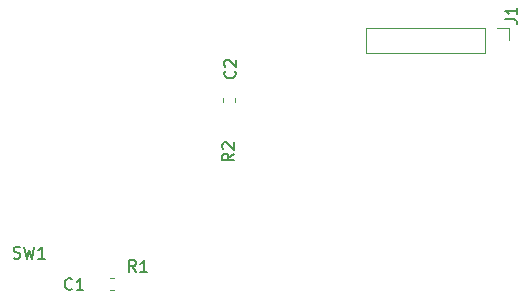
<source format=gbr>
%TF.GenerationSoftware,KiCad,Pcbnew,8.0.2*%
%TF.CreationDate,2024-08-31T11:30:38-07:00*%
%TF.ProjectId,UGC_SubStick_R4K,5547435f-5375-4625-9374-69636b5f5234,rev?*%
%TF.SameCoordinates,Original*%
%TF.FileFunction,Legend,Top*%
%TF.FilePolarity,Positive*%
%FSLAX46Y46*%
G04 Gerber Fmt 4.6, Leading zero omitted, Abs format (unit mm)*
G04 Created by KiCad (PCBNEW 8.0.2) date 2024-08-31 11:30:38*
%MOMM*%
%LPD*%
G01*
G04 APERTURE LIST*
%ADD10C,0.150000*%
%ADD11C,0.120000*%
G04 APERTURE END LIST*
D10*
X244816333Y-161903580D02*
X244768714Y-161951200D01*
X244768714Y-161951200D02*
X244625857Y-161998819D01*
X244625857Y-161998819D02*
X244530619Y-161998819D01*
X244530619Y-161998819D02*
X244387762Y-161951200D01*
X244387762Y-161951200D02*
X244292524Y-161855961D01*
X244292524Y-161855961D02*
X244244905Y-161760723D01*
X244244905Y-161760723D02*
X244197286Y-161570247D01*
X244197286Y-161570247D02*
X244197286Y-161427390D01*
X244197286Y-161427390D02*
X244244905Y-161236914D01*
X244244905Y-161236914D02*
X244292524Y-161141676D01*
X244292524Y-161141676D02*
X244387762Y-161046438D01*
X244387762Y-161046438D02*
X244530619Y-160998819D01*
X244530619Y-160998819D02*
X244625857Y-160998819D01*
X244625857Y-160998819D02*
X244768714Y-161046438D01*
X244768714Y-161046438D02*
X244816333Y-161094057D01*
X245768714Y-161998819D02*
X245197286Y-161998819D01*
X245483000Y-161998819D02*
X245483000Y-160998819D01*
X245483000Y-160998819D02*
X245387762Y-161141676D01*
X245387762Y-161141676D02*
X245292524Y-161236914D01*
X245292524Y-161236914D02*
X245197286Y-161284533D01*
X250224733Y-160479619D02*
X249891400Y-160003428D01*
X249653305Y-160479619D02*
X249653305Y-159479619D01*
X249653305Y-159479619D02*
X250034257Y-159479619D01*
X250034257Y-159479619D02*
X250129495Y-159527238D01*
X250129495Y-159527238D02*
X250177114Y-159574857D01*
X250177114Y-159574857D02*
X250224733Y-159670095D01*
X250224733Y-159670095D02*
X250224733Y-159812952D01*
X250224733Y-159812952D02*
X250177114Y-159908190D01*
X250177114Y-159908190D02*
X250129495Y-159955809D01*
X250129495Y-159955809D02*
X250034257Y-160003428D01*
X250034257Y-160003428D02*
X249653305Y-160003428D01*
X251177114Y-160479619D02*
X250605686Y-160479619D01*
X250891400Y-160479619D02*
X250891400Y-159479619D01*
X250891400Y-159479619D02*
X250796162Y-159622476D01*
X250796162Y-159622476D02*
X250700924Y-159717714D01*
X250700924Y-159717714D02*
X250605686Y-159765333D01*
X239865067Y-159284200D02*
X240007924Y-159331819D01*
X240007924Y-159331819D02*
X240246019Y-159331819D01*
X240246019Y-159331819D02*
X240341257Y-159284200D01*
X240341257Y-159284200D02*
X240388876Y-159236580D01*
X240388876Y-159236580D02*
X240436495Y-159141342D01*
X240436495Y-159141342D02*
X240436495Y-159046104D01*
X240436495Y-159046104D02*
X240388876Y-158950866D01*
X240388876Y-158950866D02*
X240341257Y-158903247D01*
X240341257Y-158903247D02*
X240246019Y-158855628D01*
X240246019Y-158855628D02*
X240055543Y-158808009D01*
X240055543Y-158808009D02*
X239960305Y-158760390D01*
X239960305Y-158760390D02*
X239912686Y-158712771D01*
X239912686Y-158712771D02*
X239865067Y-158617533D01*
X239865067Y-158617533D02*
X239865067Y-158522295D01*
X239865067Y-158522295D02*
X239912686Y-158427057D01*
X239912686Y-158427057D02*
X239960305Y-158379438D01*
X239960305Y-158379438D02*
X240055543Y-158331819D01*
X240055543Y-158331819D02*
X240293638Y-158331819D01*
X240293638Y-158331819D02*
X240436495Y-158379438D01*
X240769829Y-158331819D02*
X241007924Y-159331819D01*
X241007924Y-159331819D02*
X241198400Y-158617533D01*
X241198400Y-158617533D02*
X241388876Y-159331819D01*
X241388876Y-159331819D02*
X241626972Y-158331819D01*
X242531733Y-159331819D02*
X241960305Y-159331819D01*
X242246019Y-159331819D02*
X242246019Y-158331819D01*
X242246019Y-158331819D02*
X242150781Y-158474676D01*
X242150781Y-158474676D02*
X242055543Y-158569914D01*
X242055543Y-158569914D02*
X241960305Y-158617533D01*
X281504819Y-139083333D02*
X282219104Y-139083333D01*
X282219104Y-139083333D02*
X282361961Y-139130952D01*
X282361961Y-139130952D02*
X282457200Y-139226190D01*
X282457200Y-139226190D02*
X282504819Y-139369047D01*
X282504819Y-139369047D02*
X282504819Y-139464285D01*
X282504819Y-138083333D02*
X282504819Y-138654761D01*
X282504819Y-138369047D02*
X281504819Y-138369047D01*
X281504819Y-138369047D02*
X281647676Y-138464285D01*
X281647676Y-138464285D02*
X281742914Y-138559523D01*
X281742914Y-138559523D02*
X281790533Y-138654761D01*
X258584580Y-143466666D02*
X258632200Y-143514285D01*
X258632200Y-143514285D02*
X258679819Y-143657142D01*
X258679819Y-143657142D02*
X258679819Y-143752380D01*
X258679819Y-143752380D02*
X258632200Y-143895237D01*
X258632200Y-143895237D02*
X258536961Y-143990475D01*
X258536961Y-143990475D02*
X258441723Y-144038094D01*
X258441723Y-144038094D02*
X258251247Y-144085713D01*
X258251247Y-144085713D02*
X258108390Y-144085713D01*
X258108390Y-144085713D02*
X257917914Y-144038094D01*
X257917914Y-144038094D02*
X257822676Y-143990475D01*
X257822676Y-143990475D02*
X257727438Y-143895237D01*
X257727438Y-143895237D02*
X257679819Y-143752380D01*
X257679819Y-143752380D02*
X257679819Y-143657142D01*
X257679819Y-143657142D02*
X257727438Y-143514285D01*
X257727438Y-143514285D02*
X257775057Y-143466666D01*
X257775057Y-143085713D02*
X257727438Y-143038094D01*
X257727438Y-143038094D02*
X257679819Y-142942856D01*
X257679819Y-142942856D02*
X257679819Y-142704761D01*
X257679819Y-142704761D02*
X257727438Y-142609523D01*
X257727438Y-142609523D02*
X257775057Y-142561904D01*
X257775057Y-142561904D02*
X257870295Y-142514285D01*
X257870295Y-142514285D02*
X257965533Y-142514285D01*
X257965533Y-142514285D02*
X258108390Y-142561904D01*
X258108390Y-142561904D02*
X258679819Y-143133332D01*
X258679819Y-143133332D02*
X258679819Y-142514285D01*
X258540219Y-150456666D02*
X258064028Y-150789999D01*
X258540219Y-151028094D02*
X257540219Y-151028094D01*
X257540219Y-151028094D02*
X257540219Y-150647142D01*
X257540219Y-150647142D02*
X257587838Y-150551904D01*
X257587838Y-150551904D02*
X257635457Y-150504285D01*
X257635457Y-150504285D02*
X257730695Y-150456666D01*
X257730695Y-150456666D02*
X257873552Y-150456666D01*
X257873552Y-150456666D02*
X257968790Y-150504285D01*
X257968790Y-150504285D02*
X258016409Y-150551904D01*
X258016409Y-150551904D02*
X258064028Y-150647142D01*
X258064028Y-150647142D02*
X258064028Y-151028094D01*
X257635457Y-150075713D02*
X257587838Y-150028094D01*
X257587838Y-150028094D02*
X257540219Y-149932856D01*
X257540219Y-149932856D02*
X257540219Y-149694761D01*
X257540219Y-149694761D02*
X257587838Y-149599523D01*
X257587838Y-149599523D02*
X257635457Y-149551904D01*
X257635457Y-149551904D02*
X257730695Y-149504285D01*
X257730695Y-149504285D02*
X257825933Y-149504285D01*
X257825933Y-149504285D02*
X257968790Y-149551904D01*
X257968790Y-149551904D02*
X258540219Y-150123332D01*
X258540219Y-150123332D02*
X258540219Y-149504285D01*
D11*
%TO.C,C1*%
X248037133Y-160983200D02*
X248329667Y-160983200D01*
X248037133Y-162003200D02*
X248329667Y-162003200D01*
%TO.C,J1*%
X269701001Y-139807407D02*
X269701001Y-141927407D01*
X279761001Y-139807407D02*
X269701001Y-139807407D01*
X279761001Y-139807407D02*
X279761001Y-141927407D01*
X279761001Y-141927407D02*
X269701001Y-141927407D01*
X280761001Y-139807407D02*
X281821001Y-139807407D01*
X281821001Y-139807407D02*
X281821001Y-140867407D01*
%TO.C,C2*%
X257590000Y-145753733D02*
X257590000Y-146046267D01*
X258610000Y-145753733D02*
X258610000Y-146046267D01*
%TD*%
M02*

</source>
